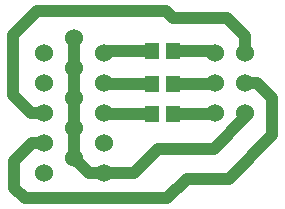
<source format=gtl>
%FSLAX44Y44*%
%MOMM*%
G71*
G01*
G75*
G04 Layer_Physical_Order=1*
G04 Layer_Color=255*
%ADD10R,1.2000X1.4000*%
%ADD11C,1.0000*%
%ADD12C,0.8000*%
%ADD13C,1.0160*%
%ADD14C,0.2540*%
%ADD15C,1.5240*%
D10*
X899050Y824230D02*
D03*
X917050D02*
D03*
Y796290D02*
D03*
X899050D02*
D03*
Y770890D02*
D03*
X917050D02*
D03*
D11*
X910590Y858520D02*
X916940Y852170D01*
X801370Y858520D02*
X910590D01*
X781050Y838200D02*
X801370Y858520D01*
X911860Y699770D02*
X928370Y716280D01*
X791210Y699770D02*
X911860D01*
X782320Y708660D02*
X791210Y699770D01*
X951230Y741680D02*
X977900Y768350D01*
X904240Y741680D02*
X948690D01*
X977900Y797560D02*
X988060D01*
X1000760Y784860D01*
X977900Y822960D02*
Y836930D01*
X962660Y852170D02*
X977900Y836930D01*
X916940Y852170D02*
X962660D01*
X963930Y716280D02*
X1000760Y753110D01*
Y784860D01*
X928370Y716280D02*
X963930D01*
X859790Y796290D02*
X899160D01*
X883920Y721360D02*
X904240Y741680D01*
X858520Y824230D02*
X897890D01*
X796290Y772160D02*
X807720D01*
X781050Y787400D02*
X796290Y772160D01*
X781050Y787400D02*
Y838200D01*
X782320Y731520D02*
X797560Y746760D01*
X782320Y708660D02*
Y731520D01*
X797560Y746760D02*
X807720D01*
X833120Y734060D02*
Y759460D01*
Y784860D01*
X858520Y721360D02*
X883920D01*
X845820D02*
X858520D01*
X833120Y734060D02*
X845820Y721360D01*
X918320Y770890D02*
X949960D01*
X919700Y796290D02*
X948690D01*
X919590Y824230D02*
X948690D01*
D12*
Y741680D02*
X951230D01*
X977900Y768350D02*
Y772160D01*
D13*
X858520Y770890D02*
X897890D01*
X833120Y810260D02*
Y835660D01*
Y784860D02*
Y810260D01*
D14*
X858520Y824230D02*
X862330Y826770D01*
X858520Y797560D02*
X859790Y796290D01*
D15*
X833120Y810260D02*
D03*
Y734060D02*
D03*
Y759460D02*
D03*
Y784860D02*
D03*
Y835660D02*
D03*
X858520Y721360D02*
D03*
Y746760D02*
D03*
Y772160D02*
D03*
Y797560D02*
D03*
Y822960D02*
D03*
X807720D02*
D03*
Y797560D02*
D03*
Y772160D02*
D03*
Y746760D02*
D03*
Y721360D02*
D03*
X977900Y772160D02*
D03*
Y797560D02*
D03*
Y822960D02*
D03*
X952500Y772160D02*
D03*
Y797560D02*
D03*
Y822960D02*
D03*
M02*

</source>
